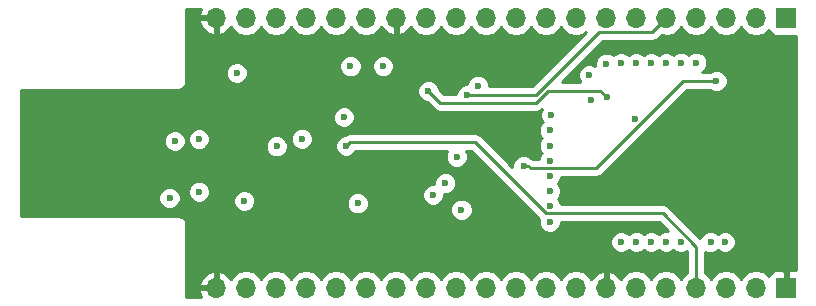
<source format=gbr>
G04 #@! TF.FileFunction,Copper,L3,Inr,Mixed*
%FSLAX46Y46*%
G04 Gerber Fmt 4.6, Leading zero omitted, Abs format (unit mm)*
G04 Created by KiCad (PCBNEW 4.0.4-stable) date 02/22/17 16:36:32*
%MOMM*%
%LPD*%
G01*
G04 APERTURE LIST*
%ADD10C,0.100000*%
%ADD11C,0.500000*%
%ADD12R,1.700000X1.700000*%
%ADD13O,1.700000X1.700000*%
%ADD14C,0.600000*%
%ADD15C,0.254000*%
G04 APERTURE END LIST*
D10*
D11*
X121840000Y-103000000D03*
X122840000Y-103000000D03*
X121840000Y-104000000D03*
X122840000Y-104000000D03*
X122840000Y-102000000D03*
X121840000Y-102000000D03*
X120840000Y-102000000D03*
X120840000Y-103000000D03*
X120840000Y-104000000D03*
D12*
X163490000Y-88570000D03*
D13*
X160950000Y-88570000D03*
X158410000Y-88570000D03*
X155870000Y-88570000D03*
X153330000Y-88570000D03*
X150790000Y-88570000D03*
X148250000Y-88570000D03*
X145710000Y-88570000D03*
X143170000Y-88570000D03*
X140630000Y-88570000D03*
X138090000Y-88570000D03*
X135550000Y-88570000D03*
X133010000Y-88570000D03*
X130470000Y-88570000D03*
X127930000Y-88570000D03*
X125390000Y-88570000D03*
X122850000Y-88570000D03*
X120310000Y-88570000D03*
X117770000Y-88570000D03*
X115230000Y-88570000D03*
D12*
X163490000Y-111430000D03*
D13*
X160950000Y-111430000D03*
X158410000Y-111430000D03*
X155870000Y-111430000D03*
X153330000Y-111430000D03*
X150790000Y-111430000D03*
X148250000Y-111430000D03*
X145710000Y-111430000D03*
X143170000Y-111430000D03*
X140630000Y-111430000D03*
X138090000Y-111430000D03*
X135550000Y-111430000D03*
X133010000Y-111430000D03*
X130470000Y-111430000D03*
X127930000Y-111430000D03*
X125390000Y-111430000D03*
X122850000Y-111430000D03*
X120310000Y-111430000D03*
X117770000Y-111430000D03*
X115230000Y-111430000D03*
D14*
X111290000Y-103810000D03*
X111740000Y-98980000D03*
X136985625Y-103145625D03*
X135720000Y-97490000D03*
X117620000Y-104070000D03*
X126610000Y-92650000D03*
X129360000Y-92650000D03*
X137400000Y-94300000D03*
X116980000Y-93220000D03*
X157600000Y-93900000D03*
X141260000Y-101110000D03*
X136010000Y-104800000D03*
X148300000Y-95300000D03*
X133200000Y-94740002D03*
X136500000Y-95100000D03*
X158330000Y-107540000D03*
X126050000Y-96960000D03*
X126241384Y-99403063D03*
X135600001Y-100299999D03*
X155880000Y-92350000D03*
X148270000Y-92443053D03*
X147000000Y-95550000D03*
X143480000Y-104490000D03*
X146800000Y-93400000D03*
X154610000Y-92360000D03*
X153330000Y-92370000D03*
X152060000Y-92380000D03*
X150790000Y-92380000D03*
X149520000Y-92370000D03*
X143627010Y-96772990D03*
X143480000Y-98080000D03*
X143480000Y-99380000D03*
X157105655Y-107540000D03*
X154570000Y-107540000D03*
X153330000Y-107540000D03*
X152060000Y-107540000D03*
X150810000Y-107540000D03*
X149530000Y-107540000D03*
X143480000Y-105846040D03*
X143480000Y-103240000D03*
X143480000Y-101922067D03*
X143480000Y-100640000D03*
X127210000Y-104260000D03*
X120360000Y-99430000D03*
X133591636Y-103548364D03*
X122487000Y-98802990D03*
X113780000Y-98830000D03*
X113780000Y-103280000D03*
X134640000Y-102545311D03*
X150700000Y-97100000D03*
X150700000Y-97100000D03*
D15*
X120840000Y-102000000D02*
X121840000Y-102000000D01*
X120840000Y-103000000D02*
X120840000Y-102000000D01*
X120840000Y-103000000D02*
X120840000Y-104000000D01*
X121520000Y-104320000D02*
X121840000Y-104000000D01*
X121590001Y-104249999D02*
X121840000Y-104000000D01*
X121590001Y-104249999D02*
X121590001Y-104520001D01*
X141260000Y-101110000D02*
X141684264Y-101110000D01*
X141841265Y-101267001D02*
X147432999Y-101267001D01*
X141684264Y-101110000D02*
X141841265Y-101267001D01*
X147432999Y-101267001D02*
X154800000Y-93900000D01*
X154800000Y-93900000D02*
X157600000Y-93900000D01*
X147740002Y-94740002D02*
X148300000Y-95300000D01*
X143323102Y-94740002D02*
X147740002Y-94740002D01*
X142336103Y-95727001D02*
X143323102Y-94740002D01*
X134186999Y-95727001D02*
X142336103Y-95727001D01*
X133200000Y-94740002D02*
X134186999Y-95727001D01*
X136500000Y-95100000D02*
X142321038Y-95100000D01*
X142321038Y-95100000D02*
X147674037Y-89747001D01*
X152480001Y-89419999D02*
X153330000Y-88570000D01*
X147674037Y-89747001D02*
X152152999Y-89747001D01*
X152152999Y-89747001D02*
X152480001Y-89419999D01*
X137165102Y-99103064D02*
X143179039Y-105117001D01*
X126541383Y-99103064D02*
X137165102Y-99103064D01*
X155870000Y-110227919D02*
X155870000Y-111430000D01*
X126241384Y-99403063D02*
X126541383Y-99103064D01*
X155870000Y-107942038D02*
X155870000Y-110227919D01*
X153044963Y-105117001D02*
X155870000Y-107942038D01*
X143179039Y-105117001D02*
X153044963Y-105117001D01*
G36*
X113788514Y-88213108D02*
X113909181Y-88443000D01*
X115103000Y-88443000D01*
X115103000Y-88423000D01*
X115357000Y-88423000D01*
X115357000Y-88443000D01*
X115377000Y-88443000D01*
X115377000Y-88697000D01*
X115357000Y-88697000D01*
X115357000Y-89890155D01*
X115586890Y-90011476D01*
X115996924Y-89841645D01*
X116425183Y-89451358D01*
X116492298Y-89308447D01*
X116719946Y-89649147D01*
X117201715Y-89971054D01*
X117770000Y-90084093D01*
X118338285Y-89971054D01*
X118820054Y-89649147D01*
X119040000Y-89319974D01*
X119259946Y-89649147D01*
X119741715Y-89971054D01*
X120310000Y-90084093D01*
X120878285Y-89971054D01*
X121360054Y-89649147D01*
X121580000Y-89319974D01*
X121799946Y-89649147D01*
X122281715Y-89971054D01*
X122850000Y-90084093D01*
X123418285Y-89971054D01*
X123900054Y-89649147D01*
X124120000Y-89319974D01*
X124339946Y-89649147D01*
X124821715Y-89971054D01*
X125390000Y-90084093D01*
X125958285Y-89971054D01*
X126440054Y-89649147D01*
X126660000Y-89319974D01*
X126879946Y-89649147D01*
X127361715Y-89971054D01*
X127930000Y-90084093D01*
X128498285Y-89971054D01*
X128980054Y-89649147D01*
X129207702Y-89308447D01*
X129274817Y-89451358D01*
X129703076Y-89841645D01*
X130113110Y-90011476D01*
X130343000Y-89890155D01*
X130343000Y-88697000D01*
X130323000Y-88697000D01*
X130323000Y-88443000D01*
X130343000Y-88443000D01*
X130343000Y-88423000D01*
X130597000Y-88423000D01*
X130597000Y-88443000D01*
X130617000Y-88443000D01*
X130617000Y-88697000D01*
X130597000Y-88697000D01*
X130597000Y-89890155D01*
X130826890Y-90011476D01*
X131236924Y-89841645D01*
X131665183Y-89451358D01*
X131732298Y-89308447D01*
X131959946Y-89649147D01*
X132441715Y-89971054D01*
X133010000Y-90084093D01*
X133578285Y-89971054D01*
X134060054Y-89649147D01*
X134280000Y-89319974D01*
X134499946Y-89649147D01*
X134981715Y-89971054D01*
X135550000Y-90084093D01*
X136118285Y-89971054D01*
X136600054Y-89649147D01*
X136820000Y-89319974D01*
X137039946Y-89649147D01*
X137521715Y-89971054D01*
X138090000Y-90084093D01*
X138658285Y-89971054D01*
X139140054Y-89649147D01*
X139360000Y-89319974D01*
X139579946Y-89649147D01*
X140061715Y-89971054D01*
X140630000Y-90084093D01*
X141198285Y-89971054D01*
X141680054Y-89649147D01*
X141900000Y-89319974D01*
X142119946Y-89649147D01*
X142601715Y-89971054D01*
X143170000Y-90084093D01*
X143738285Y-89971054D01*
X144220054Y-89649147D01*
X144440000Y-89319974D01*
X144659946Y-89649147D01*
X145141715Y-89971054D01*
X145710000Y-90084093D01*
X146278285Y-89971054D01*
X146561774Y-89781633D01*
X142005408Y-94338000D01*
X138334968Y-94338000D01*
X138335162Y-94114833D01*
X138193117Y-93771057D01*
X137930327Y-93507808D01*
X137586799Y-93365162D01*
X137214833Y-93364838D01*
X136871057Y-93506883D01*
X136607808Y-93769673D01*
X136465162Y-94113201D01*
X136465117Y-94164969D01*
X136314833Y-94164838D01*
X135971057Y-94306883D01*
X135707808Y-94569673D01*
X135565162Y-94913201D01*
X135565117Y-94965001D01*
X134502630Y-94965001D01*
X134135125Y-94597496D01*
X134135162Y-94554835D01*
X133993117Y-94211059D01*
X133730327Y-93947810D01*
X133386799Y-93805164D01*
X133014833Y-93804840D01*
X132671057Y-93946885D01*
X132407808Y-94209675D01*
X132265162Y-94553203D01*
X132264838Y-94925169D01*
X132406883Y-95268945D01*
X132669673Y-95532194D01*
X133013201Y-95674840D01*
X133057246Y-95674878D01*
X133648183Y-96265816D01*
X133895394Y-96430997D01*
X134186999Y-96489001D01*
X142336103Y-96489001D01*
X142627708Y-96430997D01*
X142806114Y-96311790D01*
X142692172Y-96586191D01*
X142691848Y-96958157D01*
X142833893Y-97301933D01*
X142884848Y-97352977D01*
X142687808Y-97549673D01*
X142545162Y-97893201D01*
X142544838Y-98265167D01*
X142686883Y-98608943D01*
X142807710Y-98729981D01*
X142687808Y-98849673D01*
X142545162Y-99193201D01*
X142544838Y-99565167D01*
X142686883Y-99908943D01*
X142787710Y-100009946D01*
X142687808Y-100109673D01*
X142545162Y-100453201D01*
X142545117Y-100505001D01*
X142124028Y-100505001D01*
X142096785Y-100486798D01*
X141975869Y-100406004D01*
X141854212Y-100381805D01*
X141790327Y-100317808D01*
X141446799Y-100175162D01*
X141074833Y-100174838D01*
X140731057Y-100316883D01*
X140467808Y-100579673D01*
X140325162Y-100923201D01*
X140324934Y-101185265D01*
X137703917Y-98564249D01*
X137560207Y-98468225D01*
X137456707Y-98399068D01*
X137165102Y-98341064D01*
X126541383Y-98341064D01*
X126249778Y-98399068D01*
X126181279Y-98444838D01*
X126146645Y-98467980D01*
X126056217Y-98467901D01*
X125712441Y-98609946D01*
X125449192Y-98872736D01*
X125306546Y-99216264D01*
X125306222Y-99588230D01*
X125448267Y-99932006D01*
X125711057Y-100195255D01*
X126054585Y-100337901D01*
X126426551Y-100338225D01*
X126770327Y-100196180D01*
X127033576Y-99933390D01*
X127061948Y-99865064D01*
X134768199Y-99865064D01*
X134665163Y-100113200D01*
X134664839Y-100485166D01*
X134806884Y-100828942D01*
X135069674Y-101092191D01*
X135413202Y-101234837D01*
X135785168Y-101235161D01*
X136128944Y-101093116D01*
X136392193Y-100830326D01*
X136534839Y-100486798D01*
X136535163Y-100114832D01*
X136431961Y-99865064D01*
X136849472Y-99865064D01*
X142574058Y-105589651D01*
X142545162Y-105659241D01*
X142544838Y-106031207D01*
X142686883Y-106374983D01*
X142949673Y-106638232D01*
X143293201Y-106780878D01*
X143665167Y-106781202D01*
X144008943Y-106639157D01*
X144272192Y-106376367D01*
X144414838Y-106032839D01*
X144414972Y-105879001D01*
X152729333Y-105879001D01*
X153455440Y-106605109D01*
X153144833Y-106604838D01*
X152801057Y-106746883D01*
X152695046Y-106852710D01*
X152590327Y-106747808D01*
X152246799Y-106605162D01*
X151874833Y-106604838D01*
X151531057Y-106746883D01*
X151435063Y-106842710D01*
X151340327Y-106747808D01*
X150996799Y-106605162D01*
X150624833Y-106604838D01*
X150281057Y-106746883D01*
X150170037Y-106857710D01*
X150060327Y-106747808D01*
X149716799Y-106605162D01*
X149344833Y-106604838D01*
X149001057Y-106746883D01*
X148737808Y-107009673D01*
X148595162Y-107353201D01*
X148594838Y-107725167D01*
X148736883Y-108068943D01*
X148999673Y-108332192D01*
X149343201Y-108474838D01*
X149715167Y-108475162D01*
X150058943Y-108333117D01*
X150169963Y-108222290D01*
X150279673Y-108332192D01*
X150623201Y-108474838D01*
X150995167Y-108475162D01*
X151338943Y-108333117D01*
X151434937Y-108237290D01*
X151529673Y-108332192D01*
X151873201Y-108474838D01*
X152245167Y-108475162D01*
X152588943Y-108333117D01*
X152694954Y-108227290D01*
X152799673Y-108332192D01*
X153143201Y-108474838D01*
X153515167Y-108475162D01*
X153858943Y-108333117D01*
X153949928Y-108242290D01*
X154039673Y-108332192D01*
X154383201Y-108474838D01*
X154755167Y-108475162D01*
X155098943Y-108333117D01*
X155108000Y-108324076D01*
X155108000Y-110158382D01*
X154819946Y-110350853D01*
X154600000Y-110680026D01*
X154380054Y-110350853D01*
X153898285Y-110028946D01*
X153330000Y-109915907D01*
X152761715Y-110028946D01*
X152279946Y-110350853D01*
X152060000Y-110680026D01*
X151840054Y-110350853D01*
X151358285Y-110028946D01*
X150790000Y-109915907D01*
X150221715Y-110028946D01*
X149739946Y-110350853D01*
X149512298Y-110691553D01*
X149445183Y-110548642D01*
X149016924Y-110158355D01*
X148606890Y-109988524D01*
X148377000Y-110109845D01*
X148377000Y-111303000D01*
X148397000Y-111303000D01*
X148397000Y-111557000D01*
X148377000Y-111557000D01*
X148377000Y-111577000D01*
X148123000Y-111577000D01*
X148123000Y-111557000D01*
X148103000Y-111557000D01*
X148103000Y-111303000D01*
X148123000Y-111303000D01*
X148123000Y-110109845D01*
X147893110Y-109988524D01*
X147483076Y-110158355D01*
X147054817Y-110548642D01*
X146987702Y-110691553D01*
X146760054Y-110350853D01*
X146278285Y-110028946D01*
X145710000Y-109915907D01*
X145141715Y-110028946D01*
X144659946Y-110350853D01*
X144440000Y-110680026D01*
X144220054Y-110350853D01*
X143738285Y-110028946D01*
X143170000Y-109915907D01*
X142601715Y-110028946D01*
X142119946Y-110350853D01*
X141900000Y-110680026D01*
X141680054Y-110350853D01*
X141198285Y-110028946D01*
X140630000Y-109915907D01*
X140061715Y-110028946D01*
X139579946Y-110350853D01*
X139360000Y-110680026D01*
X139140054Y-110350853D01*
X138658285Y-110028946D01*
X138090000Y-109915907D01*
X137521715Y-110028946D01*
X137039946Y-110350853D01*
X136820000Y-110680026D01*
X136600054Y-110350853D01*
X136118285Y-110028946D01*
X135550000Y-109915907D01*
X134981715Y-110028946D01*
X134499946Y-110350853D01*
X134280000Y-110680026D01*
X134060054Y-110350853D01*
X133578285Y-110028946D01*
X133010000Y-109915907D01*
X132441715Y-110028946D01*
X131959946Y-110350853D01*
X131740000Y-110680026D01*
X131520054Y-110350853D01*
X131038285Y-110028946D01*
X130470000Y-109915907D01*
X129901715Y-110028946D01*
X129419946Y-110350853D01*
X129200000Y-110680026D01*
X128980054Y-110350853D01*
X128498285Y-110028946D01*
X127930000Y-109915907D01*
X127361715Y-110028946D01*
X126879946Y-110350853D01*
X126660000Y-110680026D01*
X126440054Y-110350853D01*
X125958285Y-110028946D01*
X125390000Y-109915907D01*
X124821715Y-110028946D01*
X124339946Y-110350853D01*
X124120000Y-110680026D01*
X123900054Y-110350853D01*
X123418285Y-110028946D01*
X122850000Y-109915907D01*
X122281715Y-110028946D01*
X121799946Y-110350853D01*
X121580000Y-110680026D01*
X121360054Y-110350853D01*
X120878285Y-110028946D01*
X120310000Y-109915907D01*
X119741715Y-110028946D01*
X119259946Y-110350853D01*
X119040000Y-110680026D01*
X118820054Y-110350853D01*
X118338285Y-110028946D01*
X117770000Y-109915907D01*
X117201715Y-110028946D01*
X116719946Y-110350853D01*
X116492298Y-110691553D01*
X116425183Y-110548642D01*
X115996924Y-110158355D01*
X115586890Y-109988524D01*
X115357000Y-110109845D01*
X115357000Y-111303000D01*
X115377000Y-111303000D01*
X115377000Y-111557000D01*
X115357000Y-111557000D01*
X115357000Y-111577000D01*
X115103000Y-111577000D01*
X115103000Y-111557000D01*
X113909181Y-111557000D01*
X113788514Y-111786892D01*
X113987217Y-112210000D01*
X112710000Y-112210000D01*
X112710000Y-111073108D01*
X113788514Y-111073108D01*
X113909181Y-111303000D01*
X115103000Y-111303000D01*
X115103000Y-110109845D01*
X114873110Y-109988524D01*
X114463076Y-110158355D01*
X114034817Y-110548642D01*
X113788514Y-111073108D01*
X112710000Y-111073108D01*
X112710000Y-106048000D01*
X112655954Y-105776295D01*
X112502046Y-105545954D01*
X112271705Y-105392046D01*
X112000000Y-105338000D01*
X98710000Y-105338000D01*
X98710000Y-103995167D01*
X110354838Y-103995167D01*
X110496883Y-104338943D01*
X110759673Y-104602192D01*
X111103201Y-104744838D01*
X111475167Y-104745162D01*
X111818943Y-104603117D01*
X112082192Y-104340327D01*
X112117553Y-104255167D01*
X116684838Y-104255167D01*
X116826883Y-104598943D01*
X117089673Y-104862192D01*
X117433201Y-105004838D01*
X117805167Y-105005162D01*
X118148943Y-104863117D01*
X118412192Y-104600327D01*
X118476620Y-104445167D01*
X126274838Y-104445167D01*
X126416883Y-104788943D01*
X126679673Y-105052192D01*
X127023201Y-105194838D01*
X127395167Y-105195162D01*
X127738943Y-105053117D01*
X127807011Y-104985167D01*
X135074838Y-104985167D01*
X135216883Y-105328943D01*
X135479673Y-105592192D01*
X135823201Y-105734838D01*
X136195167Y-105735162D01*
X136538943Y-105593117D01*
X136802192Y-105330327D01*
X136944838Y-104986799D01*
X136945162Y-104614833D01*
X136803117Y-104271057D01*
X136540327Y-104007808D01*
X136196799Y-103865162D01*
X135824833Y-103864838D01*
X135481057Y-104006883D01*
X135217808Y-104269673D01*
X135075162Y-104613201D01*
X135074838Y-104985167D01*
X127807011Y-104985167D01*
X128002192Y-104790327D01*
X128144838Y-104446799D01*
X128145162Y-104074833D01*
X128004140Y-103733531D01*
X132656474Y-103733531D01*
X132798519Y-104077307D01*
X133061309Y-104340556D01*
X133404837Y-104483202D01*
X133776803Y-104483526D01*
X134120579Y-104341481D01*
X134383828Y-104078691D01*
X134526474Y-103735163D01*
X134526696Y-103480213D01*
X134825167Y-103480473D01*
X135168943Y-103338428D01*
X135432192Y-103075638D01*
X135574838Y-102732110D01*
X135575162Y-102360144D01*
X135433117Y-102016368D01*
X135170327Y-101753119D01*
X134826799Y-101610473D01*
X134454833Y-101610149D01*
X134111057Y-101752194D01*
X133847808Y-102014984D01*
X133705162Y-102358512D01*
X133704940Y-102613462D01*
X133406469Y-102613202D01*
X133062693Y-102755247D01*
X132799444Y-103018037D01*
X132656798Y-103361565D01*
X132656474Y-103733531D01*
X128004140Y-103733531D01*
X128003117Y-103731057D01*
X127740327Y-103467808D01*
X127396799Y-103325162D01*
X127024833Y-103324838D01*
X126681057Y-103466883D01*
X126417808Y-103729673D01*
X126275162Y-104073201D01*
X126274838Y-104445167D01*
X118476620Y-104445167D01*
X118554838Y-104256799D01*
X118555162Y-103884833D01*
X118413117Y-103541057D01*
X118150327Y-103277808D01*
X117806799Y-103135162D01*
X117434833Y-103134838D01*
X117091057Y-103276883D01*
X116827808Y-103539673D01*
X116685162Y-103883201D01*
X116684838Y-104255167D01*
X112117553Y-104255167D01*
X112224838Y-103996799D01*
X112225162Y-103624833D01*
X112159190Y-103465167D01*
X112844838Y-103465167D01*
X112986883Y-103808943D01*
X113249673Y-104072192D01*
X113593201Y-104214838D01*
X113965167Y-104215162D01*
X114308943Y-104073117D01*
X114572192Y-103810327D01*
X114714838Y-103466799D01*
X114715162Y-103094833D01*
X114573117Y-102751057D01*
X114310327Y-102487808D01*
X113966799Y-102345162D01*
X113594833Y-102344838D01*
X113251057Y-102486883D01*
X112987808Y-102749673D01*
X112845162Y-103093201D01*
X112844838Y-103465167D01*
X112159190Y-103465167D01*
X112083117Y-103281057D01*
X111820327Y-103017808D01*
X111476799Y-102875162D01*
X111104833Y-102874838D01*
X110761057Y-103016883D01*
X110497808Y-103279673D01*
X110355162Y-103623201D01*
X110354838Y-103995167D01*
X98710000Y-103995167D01*
X98710000Y-99165167D01*
X110804838Y-99165167D01*
X110946883Y-99508943D01*
X111209673Y-99772192D01*
X111553201Y-99914838D01*
X111925167Y-99915162D01*
X112268943Y-99773117D01*
X112532192Y-99510327D01*
X112674838Y-99166799D01*
X112674970Y-99015167D01*
X112844838Y-99015167D01*
X112986883Y-99358943D01*
X113249673Y-99622192D01*
X113593201Y-99764838D01*
X113965167Y-99765162D01*
X114308943Y-99623117D01*
X114316906Y-99615167D01*
X119424838Y-99615167D01*
X119566883Y-99958943D01*
X119829673Y-100222192D01*
X120173201Y-100364838D01*
X120545167Y-100365162D01*
X120888943Y-100223117D01*
X121152192Y-99960327D01*
X121294838Y-99616799D01*
X121295162Y-99244833D01*
X121189106Y-98988157D01*
X121551838Y-98988157D01*
X121693883Y-99331933D01*
X121956673Y-99595182D01*
X122300201Y-99737828D01*
X122672167Y-99738152D01*
X123015943Y-99596107D01*
X123279192Y-99333317D01*
X123421838Y-98989789D01*
X123422162Y-98617823D01*
X123280117Y-98274047D01*
X123017327Y-98010798D01*
X122673799Y-97868152D01*
X122301833Y-97867828D01*
X121958057Y-98009873D01*
X121694808Y-98272663D01*
X121552162Y-98616191D01*
X121551838Y-98988157D01*
X121189106Y-98988157D01*
X121153117Y-98901057D01*
X120890327Y-98637808D01*
X120546799Y-98495162D01*
X120174833Y-98494838D01*
X119831057Y-98636883D01*
X119567808Y-98899673D01*
X119425162Y-99243201D01*
X119424838Y-99615167D01*
X114316906Y-99615167D01*
X114572192Y-99360327D01*
X114714838Y-99016799D01*
X114715162Y-98644833D01*
X114573117Y-98301057D01*
X114310327Y-98037808D01*
X113966799Y-97895162D01*
X113594833Y-97894838D01*
X113251057Y-98036883D01*
X112987808Y-98299673D01*
X112845162Y-98643201D01*
X112844838Y-99015167D01*
X112674970Y-99015167D01*
X112675162Y-98794833D01*
X112533117Y-98451057D01*
X112270327Y-98187808D01*
X111926799Y-98045162D01*
X111554833Y-98044838D01*
X111211057Y-98186883D01*
X110947808Y-98449673D01*
X110805162Y-98793201D01*
X110804838Y-99165167D01*
X98710000Y-99165167D01*
X98710000Y-97145167D01*
X125114838Y-97145167D01*
X125256883Y-97488943D01*
X125519673Y-97752192D01*
X125863201Y-97894838D01*
X126235167Y-97895162D01*
X126578943Y-97753117D01*
X126842192Y-97490327D01*
X126984838Y-97146799D01*
X126985162Y-96774833D01*
X126843117Y-96431057D01*
X126580327Y-96167808D01*
X126236799Y-96025162D01*
X125864833Y-96024838D01*
X125521057Y-96166883D01*
X125257808Y-96429673D01*
X125115162Y-96773201D01*
X125114838Y-97145167D01*
X98710000Y-97145167D01*
X98710000Y-94650000D01*
X112000000Y-94650000D01*
X112271705Y-94595954D01*
X112502046Y-94442046D01*
X112655954Y-94211705D01*
X112710000Y-93940000D01*
X112710000Y-93405167D01*
X116044838Y-93405167D01*
X116186883Y-93748943D01*
X116449673Y-94012192D01*
X116793201Y-94154838D01*
X117165167Y-94155162D01*
X117508943Y-94013117D01*
X117772192Y-93750327D01*
X117914838Y-93406799D01*
X117915162Y-93034833D01*
X117832662Y-92835167D01*
X125674838Y-92835167D01*
X125816883Y-93178943D01*
X126079673Y-93442192D01*
X126423201Y-93584838D01*
X126795167Y-93585162D01*
X127138943Y-93443117D01*
X127402192Y-93180327D01*
X127544838Y-92836799D01*
X127544839Y-92835167D01*
X128424838Y-92835167D01*
X128566883Y-93178943D01*
X128829673Y-93442192D01*
X129173201Y-93584838D01*
X129545167Y-93585162D01*
X129888943Y-93443117D01*
X130152192Y-93180327D01*
X130294838Y-92836799D01*
X130295162Y-92464833D01*
X130153117Y-92121057D01*
X129890327Y-91857808D01*
X129546799Y-91715162D01*
X129174833Y-91714838D01*
X128831057Y-91856883D01*
X128567808Y-92119673D01*
X128425162Y-92463201D01*
X128424838Y-92835167D01*
X127544839Y-92835167D01*
X127545162Y-92464833D01*
X127403117Y-92121057D01*
X127140327Y-91857808D01*
X126796799Y-91715162D01*
X126424833Y-91714838D01*
X126081057Y-91856883D01*
X125817808Y-92119673D01*
X125675162Y-92463201D01*
X125674838Y-92835167D01*
X117832662Y-92835167D01*
X117773117Y-92691057D01*
X117510327Y-92427808D01*
X117166799Y-92285162D01*
X116794833Y-92284838D01*
X116451057Y-92426883D01*
X116187808Y-92689673D01*
X116045162Y-93033201D01*
X116044838Y-93405167D01*
X112710000Y-93405167D01*
X112710000Y-88926892D01*
X113788514Y-88926892D01*
X114034817Y-89451358D01*
X114463076Y-89841645D01*
X114873110Y-90011476D01*
X115103000Y-89890155D01*
X115103000Y-88697000D01*
X113909181Y-88697000D01*
X113788514Y-88926892D01*
X112710000Y-88926892D01*
X112710000Y-87790000D01*
X113987217Y-87790000D01*
X113788514Y-88213108D01*
X113788514Y-88213108D01*
G37*
X113788514Y-88213108D02*
X113909181Y-88443000D01*
X115103000Y-88443000D01*
X115103000Y-88423000D01*
X115357000Y-88423000D01*
X115357000Y-88443000D01*
X115377000Y-88443000D01*
X115377000Y-88697000D01*
X115357000Y-88697000D01*
X115357000Y-89890155D01*
X115586890Y-90011476D01*
X115996924Y-89841645D01*
X116425183Y-89451358D01*
X116492298Y-89308447D01*
X116719946Y-89649147D01*
X117201715Y-89971054D01*
X117770000Y-90084093D01*
X118338285Y-89971054D01*
X118820054Y-89649147D01*
X119040000Y-89319974D01*
X119259946Y-89649147D01*
X119741715Y-89971054D01*
X120310000Y-90084093D01*
X120878285Y-89971054D01*
X121360054Y-89649147D01*
X121580000Y-89319974D01*
X121799946Y-89649147D01*
X122281715Y-89971054D01*
X122850000Y-90084093D01*
X123418285Y-89971054D01*
X123900054Y-89649147D01*
X124120000Y-89319974D01*
X124339946Y-89649147D01*
X124821715Y-89971054D01*
X125390000Y-90084093D01*
X125958285Y-89971054D01*
X126440054Y-89649147D01*
X126660000Y-89319974D01*
X126879946Y-89649147D01*
X127361715Y-89971054D01*
X127930000Y-90084093D01*
X128498285Y-89971054D01*
X128980054Y-89649147D01*
X129207702Y-89308447D01*
X129274817Y-89451358D01*
X129703076Y-89841645D01*
X130113110Y-90011476D01*
X130343000Y-89890155D01*
X130343000Y-88697000D01*
X130323000Y-88697000D01*
X130323000Y-88443000D01*
X130343000Y-88443000D01*
X130343000Y-88423000D01*
X130597000Y-88423000D01*
X130597000Y-88443000D01*
X130617000Y-88443000D01*
X130617000Y-88697000D01*
X130597000Y-88697000D01*
X130597000Y-89890155D01*
X130826890Y-90011476D01*
X131236924Y-89841645D01*
X131665183Y-89451358D01*
X131732298Y-89308447D01*
X131959946Y-89649147D01*
X132441715Y-89971054D01*
X133010000Y-90084093D01*
X133578285Y-89971054D01*
X134060054Y-89649147D01*
X134280000Y-89319974D01*
X134499946Y-89649147D01*
X134981715Y-89971054D01*
X135550000Y-90084093D01*
X136118285Y-89971054D01*
X136600054Y-89649147D01*
X136820000Y-89319974D01*
X137039946Y-89649147D01*
X137521715Y-89971054D01*
X138090000Y-90084093D01*
X138658285Y-89971054D01*
X139140054Y-89649147D01*
X139360000Y-89319974D01*
X139579946Y-89649147D01*
X140061715Y-89971054D01*
X140630000Y-90084093D01*
X141198285Y-89971054D01*
X141680054Y-89649147D01*
X141900000Y-89319974D01*
X142119946Y-89649147D01*
X142601715Y-89971054D01*
X143170000Y-90084093D01*
X143738285Y-89971054D01*
X144220054Y-89649147D01*
X144440000Y-89319974D01*
X144659946Y-89649147D01*
X145141715Y-89971054D01*
X145710000Y-90084093D01*
X146278285Y-89971054D01*
X146561774Y-89781633D01*
X142005408Y-94338000D01*
X138334968Y-94338000D01*
X138335162Y-94114833D01*
X138193117Y-93771057D01*
X137930327Y-93507808D01*
X137586799Y-93365162D01*
X137214833Y-93364838D01*
X136871057Y-93506883D01*
X136607808Y-93769673D01*
X136465162Y-94113201D01*
X136465117Y-94164969D01*
X136314833Y-94164838D01*
X135971057Y-94306883D01*
X135707808Y-94569673D01*
X135565162Y-94913201D01*
X135565117Y-94965001D01*
X134502630Y-94965001D01*
X134135125Y-94597496D01*
X134135162Y-94554835D01*
X133993117Y-94211059D01*
X133730327Y-93947810D01*
X133386799Y-93805164D01*
X133014833Y-93804840D01*
X132671057Y-93946885D01*
X132407808Y-94209675D01*
X132265162Y-94553203D01*
X132264838Y-94925169D01*
X132406883Y-95268945D01*
X132669673Y-95532194D01*
X133013201Y-95674840D01*
X133057246Y-95674878D01*
X133648183Y-96265816D01*
X133895394Y-96430997D01*
X134186999Y-96489001D01*
X142336103Y-96489001D01*
X142627708Y-96430997D01*
X142806114Y-96311790D01*
X142692172Y-96586191D01*
X142691848Y-96958157D01*
X142833893Y-97301933D01*
X142884848Y-97352977D01*
X142687808Y-97549673D01*
X142545162Y-97893201D01*
X142544838Y-98265167D01*
X142686883Y-98608943D01*
X142807710Y-98729981D01*
X142687808Y-98849673D01*
X142545162Y-99193201D01*
X142544838Y-99565167D01*
X142686883Y-99908943D01*
X142787710Y-100009946D01*
X142687808Y-100109673D01*
X142545162Y-100453201D01*
X142545117Y-100505001D01*
X142124028Y-100505001D01*
X142096785Y-100486798D01*
X141975869Y-100406004D01*
X141854212Y-100381805D01*
X141790327Y-100317808D01*
X141446799Y-100175162D01*
X141074833Y-100174838D01*
X140731057Y-100316883D01*
X140467808Y-100579673D01*
X140325162Y-100923201D01*
X140324934Y-101185265D01*
X137703917Y-98564249D01*
X137560207Y-98468225D01*
X137456707Y-98399068D01*
X137165102Y-98341064D01*
X126541383Y-98341064D01*
X126249778Y-98399068D01*
X126181279Y-98444838D01*
X126146645Y-98467980D01*
X126056217Y-98467901D01*
X125712441Y-98609946D01*
X125449192Y-98872736D01*
X125306546Y-99216264D01*
X125306222Y-99588230D01*
X125448267Y-99932006D01*
X125711057Y-100195255D01*
X126054585Y-100337901D01*
X126426551Y-100338225D01*
X126770327Y-100196180D01*
X127033576Y-99933390D01*
X127061948Y-99865064D01*
X134768199Y-99865064D01*
X134665163Y-100113200D01*
X134664839Y-100485166D01*
X134806884Y-100828942D01*
X135069674Y-101092191D01*
X135413202Y-101234837D01*
X135785168Y-101235161D01*
X136128944Y-101093116D01*
X136392193Y-100830326D01*
X136534839Y-100486798D01*
X136535163Y-100114832D01*
X136431961Y-99865064D01*
X136849472Y-99865064D01*
X142574058Y-105589651D01*
X142545162Y-105659241D01*
X142544838Y-106031207D01*
X142686883Y-106374983D01*
X142949673Y-106638232D01*
X143293201Y-106780878D01*
X143665167Y-106781202D01*
X144008943Y-106639157D01*
X144272192Y-106376367D01*
X144414838Y-106032839D01*
X144414972Y-105879001D01*
X152729333Y-105879001D01*
X153455440Y-106605109D01*
X153144833Y-106604838D01*
X152801057Y-106746883D01*
X152695046Y-106852710D01*
X152590327Y-106747808D01*
X152246799Y-106605162D01*
X151874833Y-106604838D01*
X151531057Y-106746883D01*
X151435063Y-106842710D01*
X151340327Y-106747808D01*
X150996799Y-106605162D01*
X150624833Y-106604838D01*
X150281057Y-106746883D01*
X150170037Y-106857710D01*
X150060327Y-106747808D01*
X149716799Y-106605162D01*
X149344833Y-106604838D01*
X149001057Y-106746883D01*
X148737808Y-107009673D01*
X148595162Y-107353201D01*
X148594838Y-107725167D01*
X148736883Y-108068943D01*
X148999673Y-108332192D01*
X149343201Y-108474838D01*
X149715167Y-108475162D01*
X150058943Y-108333117D01*
X150169963Y-108222290D01*
X150279673Y-108332192D01*
X150623201Y-108474838D01*
X150995167Y-108475162D01*
X151338943Y-108333117D01*
X151434937Y-108237290D01*
X151529673Y-108332192D01*
X151873201Y-108474838D01*
X152245167Y-108475162D01*
X152588943Y-108333117D01*
X152694954Y-108227290D01*
X152799673Y-108332192D01*
X153143201Y-108474838D01*
X153515167Y-108475162D01*
X153858943Y-108333117D01*
X153949928Y-108242290D01*
X154039673Y-108332192D01*
X154383201Y-108474838D01*
X154755167Y-108475162D01*
X155098943Y-108333117D01*
X155108000Y-108324076D01*
X155108000Y-110158382D01*
X154819946Y-110350853D01*
X154600000Y-110680026D01*
X154380054Y-110350853D01*
X153898285Y-110028946D01*
X153330000Y-109915907D01*
X152761715Y-110028946D01*
X152279946Y-110350853D01*
X152060000Y-110680026D01*
X151840054Y-110350853D01*
X151358285Y-110028946D01*
X150790000Y-109915907D01*
X150221715Y-110028946D01*
X149739946Y-110350853D01*
X149512298Y-110691553D01*
X149445183Y-110548642D01*
X149016924Y-110158355D01*
X148606890Y-109988524D01*
X148377000Y-110109845D01*
X148377000Y-111303000D01*
X148397000Y-111303000D01*
X148397000Y-111557000D01*
X148377000Y-111557000D01*
X148377000Y-111577000D01*
X148123000Y-111577000D01*
X148123000Y-111557000D01*
X148103000Y-111557000D01*
X148103000Y-111303000D01*
X148123000Y-111303000D01*
X148123000Y-110109845D01*
X147893110Y-109988524D01*
X147483076Y-110158355D01*
X147054817Y-110548642D01*
X146987702Y-110691553D01*
X146760054Y-110350853D01*
X146278285Y-110028946D01*
X145710000Y-109915907D01*
X145141715Y-110028946D01*
X144659946Y-110350853D01*
X144440000Y-110680026D01*
X144220054Y-110350853D01*
X143738285Y-110028946D01*
X143170000Y-109915907D01*
X142601715Y-110028946D01*
X142119946Y-110350853D01*
X141900000Y-110680026D01*
X141680054Y-110350853D01*
X141198285Y-110028946D01*
X140630000Y-109915907D01*
X140061715Y-110028946D01*
X139579946Y-110350853D01*
X139360000Y-110680026D01*
X139140054Y-110350853D01*
X138658285Y-110028946D01*
X138090000Y-109915907D01*
X137521715Y-110028946D01*
X137039946Y-110350853D01*
X136820000Y-110680026D01*
X136600054Y-110350853D01*
X136118285Y-110028946D01*
X135550000Y-109915907D01*
X134981715Y-110028946D01*
X134499946Y-110350853D01*
X134280000Y-110680026D01*
X134060054Y-110350853D01*
X133578285Y-110028946D01*
X133010000Y-109915907D01*
X132441715Y-110028946D01*
X131959946Y-110350853D01*
X131740000Y-110680026D01*
X131520054Y-110350853D01*
X131038285Y-110028946D01*
X130470000Y-109915907D01*
X129901715Y-110028946D01*
X129419946Y-110350853D01*
X129200000Y-110680026D01*
X128980054Y-110350853D01*
X128498285Y-110028946D01*
X127930000Y-109915907D01*
X127361715Y-110028946D01*
X126879946Y-110350853D01*
X126660000Y-110680026D01*
X126440054Y-110350853D01*
X125958285Y-110028946D01*
X125390000Y-109915907D01*
X124821715Y-110028946D01*
X124339946Y-110350853D01*
X124120000Y-110680026D01*
X123900054Y-110350853D01*
X123418285Y-110028946D01*
X122850000Y-109915907D01*
X122281715Y-110028946D01*
X121799946Y-110350853D01*
X121580000Y-110680026D01*
X121360054Y-110350853D01*
X120878285Y-110028946D01*
X120310000Y-109915907D01*
X119741715Y-110028946D01*
X119259946Y-110350853D01*
X119040000Y-110680026D01*
X118820054Y-110350853D01*
X118338285Y-110028946D01*
X117770000Y-109915907D01*
X117201715Y-110028946D01*
X116719946Y-110350853D01*
X116492298Y-110691553D01*
X116425183Y-110548642D01*
X115996924Y-110158355D01*
X115586890Y-109988524D01*
X115357000Y-110109845D01*
X115357000Y-111303000D01*
X115377000Y-111303000D01*
X115377000Y-111557000D01*
X115357000Y-111557000D01*
X115357000Y-111577000D01*
X115103000Y-111577000D01*
X115103000Y-111557000D01*
X113909181Y-111557000D01*
X113788514Y-111786892D01*
X113987217Y-112210000D01*
X112710000Y-112210000D01*
X112710000Y-111073108D01*
X113788514Y-111073108D01*
X113909181Y-111303000D01*
X115103000Y-111303000D01*
X115103000Y-110109845D01*
X114873110Y-109988524D01*
X114463076Y-110158355D01*
X114034817Y-110548642D01*
X113788514Y-111073108D01*
X112710000Y-111073108D01*
X112710000Y-106048000D01*
X112655954Y-105776295D01*
X112502046Y-105545954D01*
X112271705Y-105392046D01*
X112000000Y-105338000D01*
X98710000Y-105338000D01*
X98710000Y-103995167D01*
X110354838Y-103995167D01*
X110496883Y-104338943D01*
X110759673Y-104602192D01*
X111103201Y-104744838D01*
X111475167Y-104745162D01*
X111818943Y-104603117D01*
X112082192Y-104340327D01*
X112117553Y-104255167D01*
X116684838Y-104255167D01*
X116826883Y-104598943D01*
X117089673Y-104862192D01*
X117433201Y-105004838D01*
X117805167Y-105005162D01*
X118148943Y-104863117D01*
X118412192Y-104600327D01*
X118476620Y-104445167D01*
X126274838Y-104445167D01*
X126416883Y-104788943D01*
X126679673Y-105052192D01*
X127023201Y-105194838D01*
X127395167Y-105195162D01*
X127738943Y-105053117D01*
X127807011Y-104985167D01*
X135074838Y-104985167D01*
X135216883Y-105328943D01*
X135479673Y-105592192D01*
X135823201Y-105734838D01*
X136195167Y-105735162D01*
X136538943Y-105593117D01*
X136802192Y-105330327D01*
X136944838Y-104986799D01*
X136945162Y-104614833D01*
X136803117Y-104271057D01*
X136540327Y-104007808D01*
X136196799Y-103865162D01*
X135824833Y-103864838D01*
X135481057Y-104006883D01*
X135217808Y-104269673D01*
X135075162Y-104613201D01*
X135074838Y-104985167D01*
X127807011Y-104985167D01*
X128002192Y-104790327D01*
X128144838Y-104446799D01*
X128145162Y-104074833D01*
X128004140Y-103733531D01*
X132656474Y-103733531D01*
X132798519Y-104077307D01*
X133061309Y-104340556D01*
X133404837Y-104483202D01*
X133776803Y-104483526D01*
X134120579Y-104341481D01*
X134383828Y-104078691D01*
X134526474Y-103735163D01*
X134526696Y-103480213D01*
X134825167Y-103480473D01*
X135168943Y-103338428D01*
X135432192Y-103075638D01*
X135574838Y-102732110D01*
X135575162Y-102360144D01*
X135433117Y-102016368D01*
X135170327Y-101753119D01*
X134826799Y-101610473D01*
X134454833Y-101610149D01*
X134111057Y-101752194D01*
X133847808Y-102014984D01*
X133705162Y-102358512D01*
X133704940Y-102613462D01*
X133406469Y-102613202D01*
X133062693Y-102755247D01*
X132799444Y-103018037D01*
X132656798Y-103361565D01*
X132656474Y-103733531D01*
X128004140Y-103733531D01*
X128003117Y-103731057D01*
X127740327Y-103467808D01*
X127396799Y-103325162D01*
X127024833Y-103324838D01*
X126681057Y-103466883D01*
X126417808Y-103729673D01*
X126275162Y-104073201D01*
X126274838Y-104445167D01*
X118476620Y-104445167D01*
X118554838Y-104256799D01*
X118555162Y-103884833D01*
X118413117Y-103541057D01*
X118150327Y-103277808D01*
X117806799Y-103135162D01*
X117434833Y-103134838D01*
X117091057Y-103276883D01*
X116827808Y-103539673D01*
X116685162Y-103883201D01*
X116684838Y-104255167D01*
X112117553Y-104255167D01*
X112224838Y-103996799D01*
X112225162Y-103624833D01*
X112159190Y-103465167D01*
X112844838Y-103465167D01*
X112986883Y-103808943D01*
X113249673Y-104072192D01*
X113593201Y-104214838D01*
X113965167Y-104215162D01*
X114308943Y-104073117D01*
X114572192Y-103810327D01*
X114714838Y-103466799D01*
X114715162Y-103094833D01*
X114573117Y-102751057D01*
X114310327Y-102487808D01*
X113966799Y-102345162D01*
X113594833Y-102344838D01*
X113251057Y-102486883D01*
X112987808Y-102749673D01*
X112845162Y-103093201D01*
X112844838Y-103465167D01*
X112159190Y-103465167D01*
X112083117Y-103281057D01*
X111820327Y-103017808D01*
X111476799Y-102875162D01*
X111104833Y-102874838D01*
X110761057Y-103016883D01*
X110497808Y-103279673D01*
X110355162Y-103623201D01*
X110354838Y-103995167D01*
X98710000Y-103995167D01*
X98710000Y-99165167D01*
X110804838Y-99165167D01*
X110946883Y-99508943D01*
X111209673Y-99772192D01*
X111553201Y-99914838D01*
X111925167Y-99915162D01*
X112268943Y-99773117D01*
X112532192Y-99510327D01*
X112674838Y-99166799D01*
X112674970Y-99015167D01*
X112844838Y-99015167D01*
X112986883Y-99358943D01*
X113249673Y-99622192D01*
X113593201Y-99764838D01*
X113965167Y-99765162D01*
X114308943Y-99623117D01*
X114316906Y-99615167D01*
X119424838Y-99615167D01*
X119566883Y-99958943D01*
X119829673Y-100222192D01*
X120173201Y-100364838D01*
X120545167Y-100365162D01*
X120888943Y-100223117D01*
X121152192Y-99960327D01*
X121294838Y-99616799D01*
X121295162Y-99244833D01*
X121189106Y-98988157D01*
X121551838Y-98988157D01*
X121693883Y-99331933D01*
X121956673Y-99595182D01*
X122300201Y-99737828D01*
X122672167Y-99738152D01*
X123015943Y-99596107D01*
X123279192Y-99333317D01*
X123421838Y-98989789D01*
X123422162Y-98617823D01*
X123280117Y-98274047D01*
X123017327Y-98010798D01*
X122673799Y-97868152D01*
X122301833Y-97867828D01*
X121958057Y-98009873D01*
X121694808Y-98272663D01*
X121552162Y-98616191D01*
X121551838Y-98988157D01*
X121189106Y-98988157D01*
X121153117Y-98901057D01*
X120890327Y-98637808D01*
X120546799Y-98495162D01*
X120174833Y-98494838D01*
X119831057Y-98636883D01*
X119567808Y-98899673D01*
X119425162Y-99243201D01*
X119424838Y-99615167D01*
X114316906Y-99615167D01*
X114572192Y-99360327D01*
X114714838Y-99016799D01*
X114715162Y-98644833D01*
X114573117Y-98301057D01*
X114310327Y-98037808D01*
X113966799Y-97895162D01*
X113594833Y-97894838D01*
X113251057Y-98036883D01*
X112987808Y-98299673D01*
X112845162Y-98643201D01*
X112844838Y-99015167D01*
X112674970Y-99015167D01*
X112675162Y-98794833D01*
X112533117Y-98451057D01*
X112270327Y-98187808D01*
X111926799Y-98045162D01*
X111554833Y-98044838D01*
X111211057Y-98186883D01*
X110947808Y-98449673D01*
X110805162Y-98793201D01*
X110804838Y-99165167D01*
X98710000Y-99165167D01*
X98710000Y-97145167D01*
X125114838Y-97145167D01*
X125256883Y-97488943D01*
X125519673Y-97752192D01*
X125863201Y-97894838D01*
X126235167Y-97895162D01*
X126578943Y-97753117D01*
X126842192Y-97490327D01*
X126984838Y-97146799D01*
X126985162Y-96774833D01*
X126843117Y-96431057D01*
X126580327Y-96167808D01*
X126236799Y-96025162D01*
X125864833Y-96024838D01*
X125521057Y-96166883D01*
X125257808Y-96429673D01*
X125115162Y-96773201D01*
X125114838Y-97145167D01*
X98710000Y-97145167D01*
X98710000Y-94650000D01*
X112000000Y-94650000D01*
X112271705Y-94595954D01*
X112502046Y-94442046D01*
X112655954Y-94211705D01*
X112710000Y-93940000D01*
X112710000Y-93405167D01*
X116044838Y-93405167D01*
X116186883Y-93748943D01*
X116449673Y-94012192D01*
X116793201Y-94154838D01*
X117165167Y-94155162D01*
X117508943Y-94013117D01*
X117772192Y-93750327D01*
X117914838Y-93406799D01*
X117915162Y-93034833D01*
X117832662Y-92835167D01*
X125674838Y-92835167D01*
X125816883Y-93178943D01*
X126079673Y-93442192D01*
X126423201Y-93584838D01*
X126795167Y-93585162D01*
X127138943Y-93443117D01*
X127402192Y-93180327D01*
X127544838Y-92836799D01*
X127544839Y-92835167D01*
X128424838Y-92835167D01*
X128566883Y-93178943D01*
X128829673Y-93442192D01*
X129173201Y-93584838D01*
X129545167Y-93585162D01*
X129888943Y-93443117D01*
X130152192Y-93180327D01*
X130294838Y-92836799D01*
X130295162Y-92464833D01*
X130153117Y-92121057D01*
X129890327Y-91857808D01*
X129546799Y-91715162D01*
X129174833Y-91714838D01*
X128831057Y-91856883D01*
X128567808Y-92119673D01*
X128425162Y-92463201D01*
X128424838Y-92835167D01*
X127544839Y-92835167D01*
X127545162Y-92464833D01*
X127403117Y-92121057D01*
X127140327Y-91857808D01*
X126796799Y-91715162D01*
X126424833Y-91714838D01*
X126081057Y-91856883D01*
X125817808Y-92119673D01*
X125675162Y-92463201D01*
X125674838Y-92835167D01*
X117832662Y-92835167D01*
X117773117Y-92691057D01*
X117510327Y-92427808D01*
X117166799Y-92285162D01*
X116794833Y-92284838D01*
X116451057Y-92426883D01*
X116187808Y-92689673D01*
X116045162Y-93033201D01*
X116044838Y-93405167D01*
X112710000Y-93405167D01*
X112710000Y-88926892D01*
X113788514Y-88926892D01*
X114034817Y-89451358D01*
X114463076Y-89841645D01*
X114873110Y-90011476D01*
X115103000Y-89890155D01*
X115103000Y-88697000D01*
X113909181Y-88697000D01*
X113788514Y-88926892D01*
X112710000Y-88926892D01*
X112710000Y-87790000D01*
X113987217Y-87790000D01*
X113788514Y-88213108D01*
G36*
X159899946Y-89649147D02*
X160381715Y-89971054D01*
X160950000Y-90084093D01*
X161518285Y-89971054D01*
X162000054Y-89649147D01*
X162027850Y-89607548D01*
X162036838Y-89655317D01*
X162175910Y-89871441D01*
X162388110Y-90016431D01*
X162640000Y-90067440D01*
X164290000Y-90067440D01*
X164290000Y-109945000D01*
X163775750Y-109945000D01*
X163617000Y-110103750D01*
X163617000Y-111303000D01*
X163637000Y-111303000D01*
X163637000Y-111557000D01*
X163617000Y-111557000D01*
X163617000Y-111577000D01*
X163363000Y-111577000D01*
X163363000Y-111557000D01*
X163343000Y-111557000D01*
X163343000Y-111303000D01*
X163363000Y-111303000D01*
X163363000Y-110103750D01*
X163204250Y-109945000D01*
X162513690Y-109945000D01*
X162280301Y-110041673D01*
X162101673Y-110220302D01*
X162029403Y-110394777D01*
X162000054Y-110350853D01*
X161518285Y-110028946D01*
X160950000Y-109915907D01*
X160381715Y-110028946D01*
X159899946Y-110350853D01*
X159680000Y-110680026D01*
X159460054Y-110350853D01*
X158978285Y-110028946D01*
X158410000Y-109915907D01*
X157841715Y-110028946D01*
X157359946Y-110350853D01*
X157140000Y-110680026D01*
X156920054Y-110350853D01*
X156632000Y-110158382D01*
X156632000Y-108355724D01*
X156918856Y-108474838D01*
X157290822Y-108475162D01*
X157634598Y-108333117D01*
X157717742Y-108250118D01*
X157799673Y-108332192D01*
X158143201Y-108474838D01*
X158515167Y-108475162D01*
X158858943Y-108333117D01*
X159122192Y-108070327D01*
X159264838Y-107726799D01*
X159265162Y-107354833D01*
X159123117Y-107011057D01*
X158860327Y-106747808D01*
X158516799Y-106605162D01*
X158144833Y-106604838D01*
X157801057Y-106746883D01*
X157717913Y-106829882D01*
X157635982Y-106747808D01*
X157292454Y-106605162D01*
X156920488Y-106604838D01*
X156576712Y-106746883D01*
X156313463Y-107009673D01*
X156225970Y-107220377D01*
X153583778Y-104578186D01*
X153583777Y-104578185D01*
X153336568Y-104413005D01*
X153044963Y-104355001D01*
X144415118Y-104355001D01*
X144415162Y-104304833D01*
X144273117Y-103961057D01*
X144177290Y-103865063D01*
X144272192Y-103770327D01*
X144414838Y-103426799D01*
X144415162Y-103054833D01*
X144273117Y-102711057D01*
X144143324Y-102581037D01*
X144272192Y-102452394D01*
X144414838Y-102108866D01*
X144414908Y-102029001D01*
X147432999Y-102029001D01*
X147724604Y-101970997D01*
X147971814Y-101805816D01*
X155115631Y-94662000D01*
X157039534Y-94662000D01*
X157069673Y-94692192D01*
X157413201Y-94834838D01*
X157785167Y-94835162D01*
X158128943Y-94693117D01*
X158392192Y-94430327D01*
X158534838Y-94086799D01*
X158535162Y-93714833D01*
X158393117Y-93371057D01*
X158130327Y-93107808D01*
X157786799Y-92965162D01*
X157414833Y-92964838D01*
X157071057Y-93106883D01*
X157039886Y-93138000D01*
X156414069Y-93138000D01*
X156672192Y-92880327D01*
X156814838Y-92536799D01*
X156815162Y-92164833D01*
X156673117Y-91821057D01*
X156410327Y-91557808D01*
X156066799Y-91415162D01*
X155694833Y-91414838D01*
X155351057Y-91556883D01*
X155240046Y-91667701D01*
X155140327Y-91567808D01*
X154796799Y-91425162D01*
X154424833Y-91424838D01*
X154081057Y-91566883D01*
X153965037Y-91682701D01*
X153860327Y-91577808D01*
X153516799Y-91435162D01*
X153144833Y-91434838D01*
X152801057Y-91576883D01*
X152690046Y-91687701D01*
X152590327Y-91587808D01*
X152246799Y-91445162D01*
X151874833Y-91444838D01*
X151531057Y-91586883D01*
X151425046Y-91692710D01*
X151320327Y-91587808D01*
X150976799Y-91445162D01*
X150604833Y-91444838D01*
X150261057Y-91586883D01*
X150160046Y-91687718D01*
X150050327Y-91577808D01*
X149706799Y-91435162D01*
X149334833Y-91434838D01*
X148991057Y-91576883D01*
X148858537Y-91709172D01*
X148800327Y-91650861D01*
X148456799Y-91508215D01*
X148084833Y-91507891D01*
X147741057Y-91649936D01*
X147477808Y-91912726D01*
X147335162Y-92256254D01*
X147334852Y-92612341D01*
X147330327Y-92607808D01*
X146986799Y-92465162D01*
X146614833Y-92464838D01*
X146271057Y-92606883D01*
X146007808Y-92869673D01*
X145865162Y-93213201D01*
X145864838Y-93585167D01*
X146006883Y-93928943D01*
X146055856Y-93978002D01*
X144520666Y-93978002D01*
X147989668Y-90509001D01*
X152152999Y-90509001D01*
X152444604Y-90450997D01*
X152691814Y-90285816D01*
X152965952Y-90011679D01*
X153330000Y-90084093D01*
X153898285Y-89971054D01*
X154380054Y-89649147D01*
X154600000Y-89319974D01*
X154819946Y-89649147D01*
X155301715Y-89971054D01*
X155870000Y-90084093D01*
X156438285Y-89971054D01*
X156920054Y-89649147D01*
X157140000Y-89319974D01*
X157359946Y-89649147D01*
X157841715Y-89971054D01*
X158410000Y-90084093D01*
X158978285Y-89971054D01*
X159460054Y-89649147D01*
X159680000Y-89319974D01*
X159899946Y-89649147D01*
X159899946Y-89649147D01*
G37*
X159899946Y-89649147D02*
X160381715Y-89971054D01*
X160950000Y-90084093D01*
X161518285Y-89971054D01*
X162000054Y-89649147D01*
X162027850Y-89607548D01*
X162036838Y-89655317D01*
X162175910Y-89871441D01*
X162388110Y-90016431D01*
X162640000Y-90067440D01*
X164290000Y-90067440D01*
X164290000Y-109945000D01*
X163775750Y-109945000D01*
X163617000Y-110103750D01*
X163617000Y-111303000D01*
X163637000Y-111303000D01*
X163637000Y-111557000D01*
X163617000Y-111557000D01*
X163617000Y-111577000D01*
X163363000Y-111577000D01*
X163363000Y-111557000D01*
X163343000Y-111557000D01*
X163343000Y-111303000D01*
X163363000Y-111303000D01*
X163363000Y-110103750D01*
X163204250Y-109945000D01*
X162513690Y-109945000D01*
X162280301Y-110041673D01*
X162101673Y-110220302D01*
X162029403Y-110394777D01*
X162000054Y-110350853D01*
X161518285Y-110028946D01*
X160950000Y-109915907D01*
X160381715Y-110028946D01*
X159899946Y-110350853D01*
X159680000Y-110680026D01*
X159460054Y-110350853D01*
X158978285Y-110028946D01*
X158410000Y-109915907D01*
X157841715Y-110028946D01*
X157359946Y-110350853D01*
X157140000Y-110680026D01*
X156920054Y-110350853D01*
X156632000Y-110158382D01*
X156632000Y-108355724D01*
X156918856Y-108474838D01*
X157290822Y-108475162D01*
X157634598Y-108333117D01*
X157717742Y-108250118D01*
X157799673Y-108332192D01*
X158143201Y-108474838D01*
X158515167Y-108475162D01*
X158858943Y-108333117D01*
X159122192Y-108070327D01*
X159264838Y-107726799D01*
X159265162Y-107354833D01*
X159123117Y-107011057D01*
X158860327Y-106747808D01*
X158516799Y-106605162D01*
X158144833Y-106604838D01*
X157801057Y-106746883D01*
X157717913Y-106829882D01*
X157635982Y-106747808D01*
X157292454Y-106605162D01*
X156920488Y-106604838D01*
X156576712Y-106746883D01*
X156313463Y-107009673D01*
X156225970Y-107220377D01*
X153583778Y-104578186D01*
X153583777Y-104578185D01*
X153336568Y-104413005D01*
X153044963Y-104355001D01*
X144415118Y-104355001D01*
X144415162Y-104304833D01*
X144273117Y-103961057D01*
X144177290Y-103865063D01*
X144272192Y-103770327D01*
X144414838Y-103426799D01*
X144415162Y-103054833D01*
X144273117Y-102711057D01*
X144143324Y-102581037D01*
X144272192Y-102452394D01*
X144414838Y-102108866D01*
X144414908Y-102029001D01*
X147432999Y-102029001D01*
X147724604Y-101970997D01*
X147971814Y-101805816D01*
X155115631Y-94662000D01*
X157039534Y-94662000D01*
X157069673Y-94692192D01*
X157413201Y-94834838D01*
X157785167Y-94835162D01*
X158128943Y-94693117D01*
X158392192Y-94430327D01*
X158534838Y-94086799D01*
X158535162Y-93714833D01*
X158393117Y-93371057D01*
X158130327Y-93107808D01*
X157786799Y-92965162D01*
X157414833Y-92964838D01*
X157071057Y-93106883D01*
X157039886Y-93138000D01*
X156414069Y-93138000D01*
X156672192Y-92880327D01*
X156814838Y-92536799D01*
X156815162Y-92164833D01*
X156673117Y-91821057D01*
X156410327Y-91557808D01*
X156066799Y-91415162D01*
X155694833Y-91414838D01*
X155351057Y-91556883D01*
X155240046Y-91667701D01*
X155140327Y-91567808D01*
X154796799Y-91425162D01*
X154424833Y-91424838D01*
X154081057Y-91566883D01*
X153965037Y-91682701D01*
X153860327Y-91577808D01*
X153516799Y-91435162D01*
X153144833Y-91434838D01*
X152801057Y-91576883D01*
X152690046Y-91687701D01*
X152590327Y-91587808D01*
X152246799Y-91445162D01*
X151874833Y-91444838D01*
X151531057Y-91586883D01*
X151425046Y-91692710D01*
X151320327Y-91587808D01*
X150976799Y-91445162D01*
X150604833Y-91444838D01*
X150261057Y-91586883D01*
X150160046Y-91687718D01*
X150050327Y-91577808D01*
X149706799Y-91435162D01*
X149334833Y-91434838D01*
X148991057Y-91576883D01*
X148858537Y-91709172D01*
X148800327Y-91650861D01*
X148456799Y-91508215D01*
X148084833Y-91507891D01*
X147741057Y-91649936D01*
X147477808Y-91912726D01*
X147335162Y-92256254D01*
X147334852Y-92612341D01*
X147330327Y-92607808D01*
X146986799Y-92465162D01*
X146614833Y-92464838D01*
X146271057Y-92606883D01*
X146007808Y-92869673D01*
X145865162Y-93213201D01*
X145864838Y-93585167D01*
X146006883Y-93928943D01*
X146055856Y-93978002D01*
X144520666Y-93978002D01*
X147989668Y-90509001D01*
X152152999Y-90509001D01*
X152444604Y-90450997D01*
X152691814Y-90285816D01*
X152965952Y-90011679D01*
X153330000Y-90084093D01*
X153898285Y-89971054D01*
X154380054Y-89649147D01*
X154600000Y-89319974D01*
X154819946Y-89649147D01*
X155301715Y-89971054D01*
X155870000Y-90084093D01*
X156438285Y-89971054D01*
X156920054Y-89649147D01*
X157140000Y-89319974D01*
X157359946Y-89649147D01*
X157841715Y-89971054D01*
X158410000Y-90084093D01*
X158978285Y-89971054D01*
X159460054Y-89649147D01*
X159680000Y-89319974D01*
X159899946Y-89649147D01*
M02*

</source>
